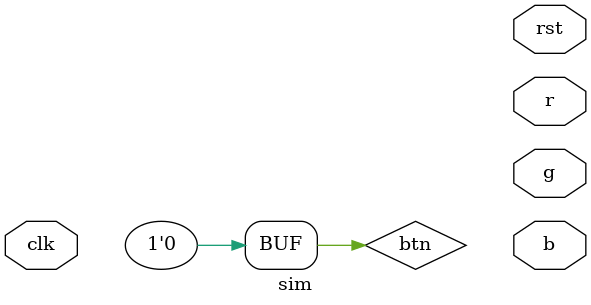
<source format=v>
/* Copyright 2020 Chris Marc Dailey (cmd) <nitz@users.noreply.github.com> */
`default_nettype none

/*
 *  A small simulation test harness.
 */

module sim (
	input clk,
	output r,
	output g,
	output b,
	output rst
);
	reg btn = 0;
endmodule

</source>
